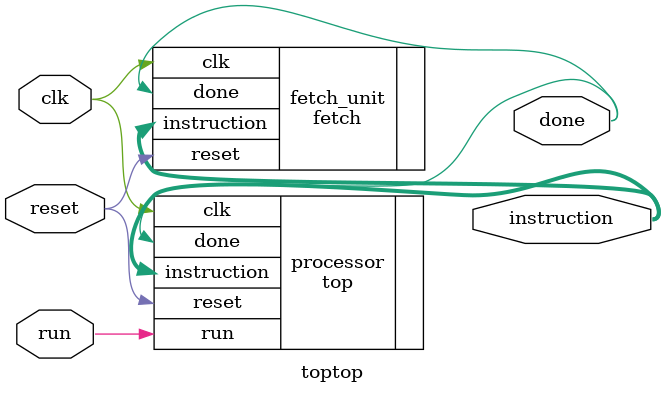
<source format=v>
module toptop (
    input wire clk,            // Clock signal
    input wire reset,          // Reset signal
    input wire run,            // Signal to start execution
    output wire done,          // Indicates instruction execution completion
    output wire [15:0] instruction   // Instruction fetched by the fetch module
);

    // Fetch Unit
    fetch fetch_unit (
        .clk(clk),
        .reset(reset),
        .done(done),           // Indicates the processor completed the instruction
        .instruction(instruction) // Outputs the fetched instruction
    );

    // Processor (Top Module)
    top processor (
        .clk(clk),
        .reset(reset),
        .run(run),             // Signal to run the processor
        .instruction(instruction), // Instruction provided by the fetch module
        .done(done)            // Completion signal from the processor
    );
endmodule


</source>
